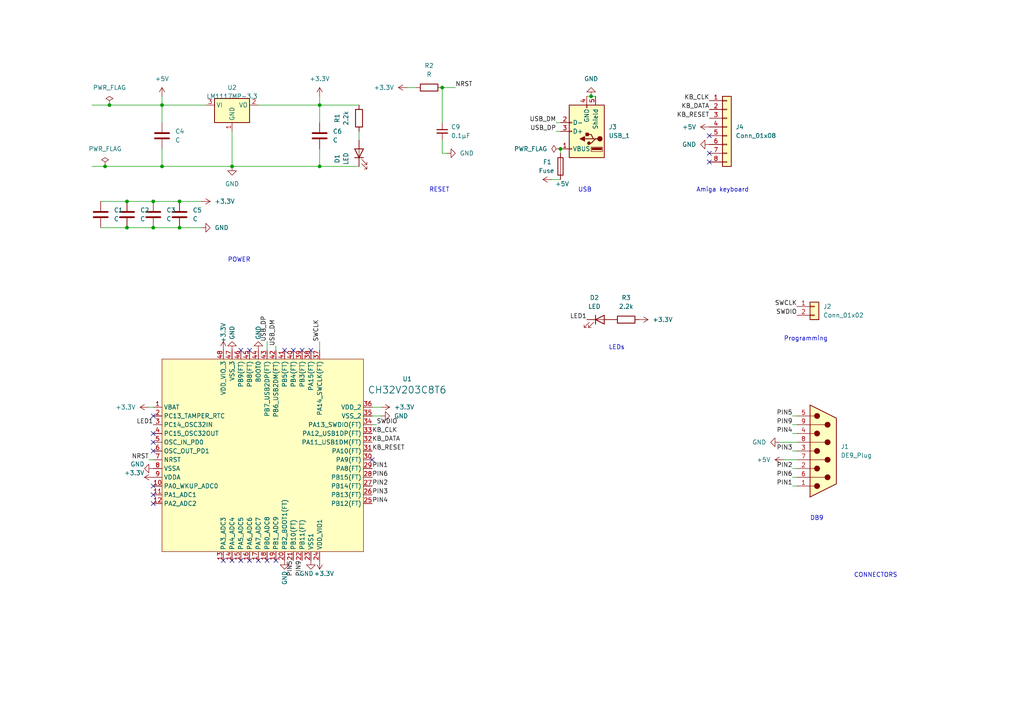
<source format=kicad_sch>
(kicad_sch (version 20230121) (generator eeschema)
  (paper "A4")
  (lib_symbols
    (symbol "CH32V203:CH32V203C8T6"
      (property "Reference" "U" (at 1.27 -1.27 0))
      (property "Value" "CH32V203C8T6" (at 29.21 26.67 0))
      (symbol "CH32V203C8T6_0_1"
        (rectangle (start 0 0) (end 58.42 55.88) (fill (type background)))
      )
      (symbol "CH32V203C8T6_1_1"
        (pin power_in line (at -2.54 41.91 0) (length 2.54) (name "VBAT") (number "1"))
        (pin bidirectional line (at -2.54 19.05 0) (length 2.54) (name "PA0_WKUP_ADC0") (number "10"))
        (pin bidirectional line (at -2.54 16.51 0) (length 2.54) (name "PA1_ADC1") (number "11"))
        (pin bidirectional line (at -2.54 13.97 0) (length 2.54) (name "PA2_ADC2") (number "12"))
        (pin bidirectional line (at 17.78 -2.54 90) (length 2.54) (name "PA3_ADC3") (number "13"))
        (pin bidirectional line (at 20.32 -2.54 90) (length 2.54) (name "PA4_ADC4") (number "14"))
        (pin bidirectional line (at 22.86 -2.54 90) (length 2.54) (name "PA5_ADC5") (number "15"))
        (pin bidirectional line (at 25.4 -2.54 90) (length 2.54) (name "PA6_ADC6") (number "16"))
        (pin bidirectional line (at 27.94 -2.54 90) (length 2.54) (name "PA7_ADC7") (number "17"))
        (pin bidirectional line (at 30.48 -2.54 90) (length 2.54) (name "PB0_ADC8") (number "18"))
        (pin bidirectional line (at 33.02 -2.54 90) (length 2.54) (name "PB1_ADC9") (number "19"))
        (pin bidirectional line (at -2.54 39.37 0) (length 2.54) (name "PC13_TAMPER_RTC") (number "2"))
        (pin bidirectional line (at 35.56 -2.54 90) (length 2.54) (name "PB2_BOOT1(FT)") (number "20"))
        (pin bidirectional line (at 38.1 -2.54 90) (length 2.54) (name "PB10(FT)") (number "21"))
        (pin bidirectional line (at 40.64 -2.54 90) (length 2.54) (name "PB11(FT)") (number "22"))
        (pin power_in line (at 43.18 -2.54 90) (length 2.54) (name "VSS1") (number "23"))
        (pin power_in line (at 45.72 -2.54 90) (length 2.54) (name "VDD_VIO1") (number "24"))
        (pin bidirectional line (at 60.96 13.97 180) (length 2.54) (name "PB12(FT)") (number "25"))
        (pin bidirectional line (at 60.96 16.51 180) (length 2.54) (name "PB13(FT)") (number "26"))
        (pin bidirectional line (at 60.96 19.05 180) (length 2.54) (name "PB14(FT)") (number "27"))
        (pin bidirectional line (at 60.96 21.59 180) (length 2.54) (name "PB15(FT)") (number "28"))
        (pin bidirectional line (at 60.96 24.13 180) (length 2.54) (name "PA8(FT)") (number "29"))
        (pin bidirectional line (at -2.54 36.83 0) (length 2.54) (name "PC14_OSC32IN") (number "3"))
        (pin bidirectional line (at 60.96 26.67 180) (length 2.54) (name "PA9(FT)") (number "30"))
        (pin bidirectional line (at 60.96 29.21 180) (length 2.54) (name "PA10(FT)") (number "31"))
        (pin bidirectional line (at 60.96 31.75 180) (length 2.54) (name "PA11_USB1DM(FT)") (number "32"))
        (pin bidirectional line (at 60.96 34.29 180) (length 2.54) (name "PA12_USB1DP(FT)") (number "33"))
        (pin bidirectional line (at 60.96 36.83 180) (length 2.54) (name "PA13_SWDIO(FT)") (number "34"))
        (pin power_in line (at 60.96 39.37 180) (length 2.54) (name "VSS_2") (number "35"))
        (pin power_in line (at 60.96 41.91 180) (length 2.54) (name "VDD_2") (number "36"))
        (pin bidirectional line (at 45.72 58.42 270) (length 2.54) (name "PA14_SWCLK(FT)") (number "37"))
        (pin bidirectional line (at 43.18 58.42 270) (length 2.54) (name "PA15(FT)") (number "38"))
        (pin bidirectional line (at 40.64 58.42 270) (length 2.54) (name "PB3(FT)") (number "39"))
        (pin bidirectional line (at -2.54 34.29 0) (length 2.54) (name "PC15_OSC32OUT") (number "4"))
        (pin bidirectional line (at 38.1 58.42 270) (length 2.54) (name "PB4(FT)") (number "40"))
        (pin bidirectional line (at 35.56 58.42 270) (length 2.54) (name "PB5(FT)") (number "41"))
        (pin bidirectional line (at 33.02 58.42 270) (length 2.54) (name "PB6_USB2DM(FT)") (number "42"))
        (pin bidirectional line (at 30.48 58.42 270) (length 2.54) (name "PB7_USB2DP(FT)") (number "43"))
        (pin bidirectional line (at 27.94 58.42 270) (length 2.54) (name "BOOT0") (number "44"))
        (pin bidirectional line (at 25.4 58.42 270) (length 2.54) (name "PB8(FT)") (number "45"))
        (pin bidirectional line (at 22.86 58.42 270) (length 2.54) (name "PB9(FT)") (number "46"))
        (pin power_in line (at 20.32 58.42 270) (length 2.54) (name "VSS_3") (number "47"))
        (pin power_in line (at 17.78 58.42 270) (length 2.54) (name "VDD_VIO_3") (number "48"))
        (pin bidirectional line (at -2.54 31.75 0) (length 2.54) (name "OSC_IN_PD0") (number "5"))
        (pin bidirectional line (at -2.54 29.21 0) (length 2.54) (name "OSC_OUT_PD1") (number "6"))
        (pin bidirectional line (at -2.54 26.67 0) (length 2.54) (name "NRST") (number "7"))
        (pin power_in line (at -2.54 24.13 0) (length 2.54) (name "VSSA") (number "8"))
        (pin power_in line (at -2.54 21.59 0) (length 2.54) (name "VDDA") (number "9"))
      )
    )
    (symbol "Connector:DE9_Plug" (pin_names (offset 1.016) hide)
      (property "Reference" "J" (at 0 13.97 0))
      (property "Value" "DE9_Plug" (at 0 -14.605 0))
      (symbol "DE9_Plug_0_1"
        (circle (center -1.778 -10.16) (radius 0.762) (fill (type outline)))
        (circle (center -1.778 -5.08) (radius 0.762) (fill (type outline)))
        (circle (center -1.778 0) (radius 0.762) (fill (type outline)))
        (circle (center -1.778 5.08) (radius 0.762) (fill (type outline)))
        (circle (center -1.778 10.16) (radius 0.762) (fill (type outline)))
        (polyline (pts (xy -3.81 -10.16) (xy -2.54 -10.16)))
        (polyline (pts (xy -3.81 -7.62) (xy 0.508 -7.62)))
        (polyline (pts (xy -3.81 -5.08) (xy -2.54 -5.08)))
        (polyline (pts (xy -3.81 -2.54) (xy 0.508 -2.54)))
        (polyline (pts (xy -3.81 0) (xy -2.54 0)))
        (polyline (pts (xy -3.81 2.54) (xy 0.508 2.54)))
        (polyline (pts (xy -3.81 5.08) (xy -2.54 5.08)))
        (polyline (pts (xy -3.81 7.62) (xy 0.508 7.62)))
        (polyline (pts (xy -3.81 10.16) (xy -2.54 10.16)))
        (polyline (pts (xy -3.81 -13.335) (xy -3.81 13.335) (xy 3.81 9.525) (xy 3.81 -9.525) (xy -3.81 -13.335)) (stroke (width 0.254)) (fill (type background)))
        (circle (center 1.27 -7.62) (radius 0.762) (fill (type outline)))
        (circle (center 1.27 -2.54) (radius 0.762) (fill (type outline)))
        (circle (center 1.27 2.54) (radius 0.762) (fill (type outline)))
        (circle (center 1.27 7.62) (radius 0.762) (fill (type outline)))
      )
      (symbol "DE9_Plug_1_1"
        (pin passive line (at -7.62 -10.16 0) (length 3.81) (name "1") (number "1"))
        (pin passive line (at -7.62 -5.08 0) (length 3.81) (name "2") (number "2"))
        (pin passive line (at -7.62 0 0) (length 3.81) (name "3") (number "3"))
        (pin passive line (at -7.62 5.08 0) (length 3.81) (name "4") (number "4"))
        (pin passive line (at -7.62 10.16 0) (length 3.81) (name "5") (number "5"))
        (pin passive line (at -7.62 -7.62 0) (length 3.81) (name "6") (number "6"))
        (pin passive line (at -7.62 -2.54 0) (length 3.81) (name "7") (number "7"))
        (pin passive line (at -7.62 2.54 0) (length 3.81) (name "8") (number "8"))
        (pin passive line (at -7.62 7.62 0) (length 3.81) (name "9") (number "9"))
      )
    )
    (symbol "Connector:USB_A" (pin_names (offset 1.016))
      (property "Reference" "J" (at -5.08 11.43 0))
      (property "Value" "USB_A" (at -5.08 8.89 0))
      (symbol "USB_A_0_1"
        (rectangle (start -5.08 -7.62) (end 5.08 7.62) (stroke (width 0.254)) (fill (type background)))
        (circle (center -3.81 2.159) (radius 0.635) (stroke (width 0.254)) (fill (type outline)))
        (rectangle (start -1.524 4.826) (end -4.318 5.334) (fill (type outline)))
        (rectangle (start -1.27 4.572) (end -4.572 5.842))
        (circle (center -0.635 3.429) (radius 0.381) (stroke (width 0.254)) (fill (type outline)))
        (rectangle (start -0.127 -7.62) (end 0.127 -6.858))
        (polyline (pts (xy -3.175 2.159) (xy -2.54 2.159) (xy -1.27 3.429) (xy -0.635 3.429)) (stroke (width 0.254)))
        (polyline (pts (xy -2.54 2.159) (xy -1.905 2.159) (xy -1.27 0.889) (xy 0 0.889)) (stroke (width 0.254)))
        (polyline (pts (xy 0.635 2.794) (xy 0.635 1.524) (xy 1.905 2.159) (xy 0.635 2.794)) (stroke (width 0.254)) (fill (type outline)))
        (rectangle (start 0.254 1.27) (end -0.508 0.508) (stroke (width 0.254)) (fill (type outline)))
        (rectangle (start 5.08 -2.667) (end 4.318 -2.413))
        (rectangle (start 5.08 -0.127) (end 4.318 0.127))
        (rectangle (start 5.08 4.953) (end 4.318 5.207))
      )
      (symbol "USB_A_1_1"
        (polyline (pts (xy -1.905 2.159) (xy 0.635 2.159)) (stroke (width 0.254)))
        (pin power_in line (at 7.62 5.08 180) (length 2.54) (name "VBUS") (number "1"))
        (pin bidirectional line (at 7.62 -2.54 180) (length 2.54) (name "D-") (number "2"))
        (pin bidirectional line (at 7.62 0 180) (length 2.54) (name "D+") (number "3"))
        (pin power_in line (at 0 -10.16 90) (length 2.54) (name "GND") (number "4"))
        (pin passive line (at -2.54 -10.16 90) (length 2.54) (name "Shield") (number "5"))
      )
    )
    (symbol "Connector_Generic:Conn_01x02" (pin_names (offset 1.016) hide)
      (property "Reference" "J" (at 0 2.54 0))
      (property "Value" "Conn_01x02" (at 0 -5.08 0))
      (symbol "Conn_01x02_1_1"
        (rectangle (start -1.27 -2.413) (end 0 -2.667) (stroke (width 0.1524)))
        (rectangle (start -1.27 0.127) (end 0 -0.127) (stroke (width 0.1524)))
        (rectangle (start -1.27 1.27) (end 1.27 -3.81) (stroke (width 0.254)) (fill (type background)))
        (pin passive line (at -5.08 0 0) (length 3.81) (name "Pin_1") (number "1"))
        (pin passive line (at -5.08 -2.54 0) (length 3.81) (name "Pin_2") (number "2"))
      )
    )
    (symbol "Connector_Generic:Conn_01x08" (pin_names (offset 1.016) hide)
      (property "Reference" "J" (at 0 10.16 0))
      (property "Value" "Conn_01x08" (at 0 -12.7 0))
      (symbol "Conn_01x08_1_1"
        (rectangle (start -1.27 -10.033) (end 0 -10.287) (stroke (width 0.1524)))
        (rectangle (start -1.27 -7.493) (end 0 -7.747) (stroke (width 0.1524)))
        (rectangle (start -1.27 -4.953) (end 0 -5.207) (stroke (width 0.1524)))
        (rectangle (start -1.27 -2.413) (end 0 -2.667) (stroke (width 0.1524)))
        (rectangle (start -1.27 0.127) (end 0 -0.127) (stroke (width 0.1524)))
        (rectangle (start -1.27 2.667) (end 0 2.413) (stroke (width 0.1524)))
        (rectangle (start -1.27 5.207) (end 0 4.953) (stroke (width 0.1524)))
        (rectangle (start -1.27 7.747) (end 0 7.493) (stroke (width 0.1524)))
        (rectangle (start -1.27 8.89) (end 1.27 -11.43) (stroke (width 0.254)) (fill (type background)))
        (pin passive line (at -5.08 7.62 0) (length 3.81) (name "Pin_1") (number "1"))
        (pin passive line (at -5.08 5.08 0) (length 3.81) (name "Pin_2") (number "2"))
        (pin passive line (at -5.08 2.54 0) (length 3.81) (name "Pin_3") (number "3"))
        (pin passive line (at -5.08 0 0) (length 3.81) (name "Pin_4") (number "4"))
        (pin passive line (at -5.08 -2.54 0) (length 3.81) (name "Pin_5") (number "5"))
        (pin passive line (at -5.08 -5.08 0) (length 3.81) (name "Pin_6") (number "6"))
        (pin passive line (at -5.08 -7.62 0) (length 3.81) (name "Pin_7") (number "7"))
        (pin passive line (at -5.08 -10.16 0) (length 3.81) (name "Pin_8") (number "8"))
      )
    )
    (symbol "Device:C" (pin_numbers hide) (pin_names (offset 0.254))
      (property "Reference" "C" (at 0.635 2.54 0))
      (property "Value" "C" (at 0.635 -2.54 0))
      (symbol "C_0_1"
        (polyline (pts (xy -2.032 -0.762) (xy 2.032 -0.762)) (stroke (width 0.508)))
        (polyline (pts (xy -2.032 0.762) (xy 2.032 0.762)) (stroke (width 0.508)))
      )
      (symbol "C_1_1"
        (pin passive line (at 0 3.81 270) (length 2.794) (name "~") (number "1"))
        (pin passive line (at 0 -3.81 90) (length 2.794) (name "~") (number "2"))
      )
    )
    (symbol "Device:C_Small" (pin_numbers hide) (pin_names (offset 0.254) hide)
      (property "Reference" "C" (at 0.254 1.778 0))
      (property "Value" "C_Small" (at 0.254 -2.032 0))
      (symbol "C_Small_0_1"
        (polyline (pts (xy -1.524 -0.508) (xy 1.524 -0.508)) (stroke (width 0.3302)))
        (polyline (pts (xy -1.524 0.508) (xy 1.524 0.508)) (stroke (width 0.3048)))
      )
      (symbol "C_Small_1_1"
        (pin passive line (at 0 2.54 270) (length 2.032) (name "~") (number "1"))
        (pin passive line (at 0 -2.54 90) (length 2.032) (name "~") (number "2"))
      )
    )
    (symbol "Device:Fuse" (pin_numbers hide) (pin_names (offset 0))
      (property "Reference" "F" (at 2.032 0 90))
      (property "Value" "Fuse" (at -1.905 0 90))
      (symbol "Fuse_0_1"
        (rectangle (start -0.762 -2.54) (end 0.762 2.54) (stroke (width 0.254)))
        (polyline (pts (xy 0 2.54) (xy 0 -2.54)))
      )
      (symbol "Fuse_1_1"
        (pin passive line (at 0 3.81 270) (length 1.27) (name "~") (number "1"))
        (pin passive line (at 0 -3.81 90) (length 1.27) (name "~") (number "2"))
      )
    )
    (symbol "Device:LED" (pin_numbers hide) (pin_names (offset 1.016) hide)
      (property "Reference" "D" (at 0 2.54 0))
      (property "Value" "LED" (at 0 -2.54 0))
      (symbol "LED_0_1"
        (polyline (pts (xy -1.27 -1.27) (xy -1.27 1.27)) (stroke (width 0.254)))
        (polyline (pts (xy -1.27 0) (xy 1.27 0)))
        (polyline (pts (xy 1.27 -1.27) (xy 1.27 1.27) (xy -1.27 0) (xy 1.27 -1.27)) (stroke (width 0.254)))
        (polyline (pts (xy -3.048 -0.762) (xy -4.572 -2.286) (xy -3.81 -2.286) (xy -4.572 -2.286) (xy -4.572 -1.524)))
        (polyline (pts (xy -1.778 -0.762) (xy -3.302 -2.286) (xy -2.54 -2.286) (xy -3.302 -2.286) (xy -3.302 -1.524)))
      )
      (symbol "LED_1_1"
        (pin passive line (at -3.81 0 0) (length 2.54) (name "K") (number "1"))
        (pin passive line (at 3.81 0 180) (length 2.54) (name "A") (number "2"))
      )
    )
    (symbol "Device:R" (pin_numbers hide) (pin_names (offset 0))
      (property "Reference" "R" (at 2.032 0 90))
      (property "Value" "R" (at 0 0 90))
      (symbol "R_0_1"
        (rectangle (start -1.016 -2.54) (end 1.016 2.54) (stroke (width 0.254)))
      )
      (symbol "R_1_1"
        (pin passive line (at 0 3.81 270) (length 1.27) (name "~") (number "1"))
        (pin passive line (at 0 -3.81 90) (length 1.27) (name "~") (number "2"))
      )
    )
    (symbol "Regulator_Linear:LM1117MP-3.3"
      (property "Reference" "U" (at -3.81 3.175 0))
      (property "Value" "LM1117MP-3.3" (at 0 3.175 0))
      (symbol "LM1117MP-3.3_0_1"
        (rectangle (start -5.08 -5.08) (end 5.08 1.905) (stroke (width 0.254)) (fill (type background)))
      )
      (symbol "LM1117MP-3.3_1_1"
        (pin power_in line (at 0 -7.62 90) (length 2.54) (name "GND") (number "1"))
        (pin power_out line (at 7.62 0 180) (length 2.54) (name "VO") (number "2"))
        (pin power_in line (at -7.62 0 0) (length 2.54) (name "VI") (number "3"))
      )
    )
    (symbol "power:+3.3V" (power) (pin_names (offset 0))
      (property "Value" "+3.3V" (at 0 3.556 0))
      (symbol "+3.3V_0_1"
        (polyline (pts (xy -0.762 1.27) (xy 0 2.54)))
        (polyline (pts (xy 0 0) (xy 0 2.54)))
        (polyline (pts (xy 0 2.54) (xy 0.762 1.27)))
      )
      (symbol "+3.3V_1_1"
        (pin power_in line (at 0 0 90) (length 0) hide (name "+3.3V") (number "1"))
      )
    )
    (symbol "power:+5V" (power) (pin_names (offset 0))
      (property "Value" "+5V" (at 0 3.556 0))
      (symbol "+5V_0_1"
        (polyline (pts (xy -0.762 1.27) (xy 0 2.54)))
        (polyline (pts (xy 0 0) (xy 0 2.54)))
        (polyline (pts (xy 0 2.54) (xy 0.762 1.27)))
      )
      (symbol "+5V_1_1"
        (pin power_in line (at 0 0 90) (length 0) hide (name "+5V") (number "1"))
      )
    )
    (symbol "power:GND" (power) (pin_names (offset 0))
      (property "Value" "GND" (at 0 -3.81 0))
      (symbol "GND_0_1"
        (polyline (pts (xy 0 0) (xy 0 -1.27) (xy 1.27 -1.27) (xy 0 -2.54) (xy -1.27 -1.27) (xy 0 -1.27)))
      )
      (symbol "GND_1_1"
        (pin power_in line (at 0 0 270) (length 0) hide (name "GND") (number "1"))
      )
    )
    (symbol "power:PWR_FLAG" (power) (pin_numbers hide) (pin_names (offset 0) hide)
      (property "Value" "PWR_FLAG" (at 0 3.81 0))
      (symbol "PWR_FLAG_0_0"
        (pin power_out line (at 0 0 90) (length 0) (name "pwr") (number "1"))
      )
      (symbol "PWR_FLAG_0_1"
        (polyline (pts (xy 0 0) (xy 0 1.27) (xy -1.016 1.905) (xy 0 2.54) (xy 1.016 1.905) (xy 0 1.27)))
      )
    )
  )
  (junction (at 67.31 48.26))
  (junction (at 128.27 25.4))
  (junction (at 36.83 66.04))
  (junction (at 52.07 58.42))
  (junction (at 36.83 58.42))
  (junction (at 46.99 48.26))
  (junction (at 171.45 27.94))
  (junction (at 44.45 66.04))
  (junction (at 92.71 30.48))
  (junction (at 162.56 43.18))
  (junction (at 92.71 48.26))
  (junction (at 46.99 30.48))
  (junction (at 30.48 48.26))
  (junction (at 52.07 66.04))
  (junction (at 31.75 30.48))
  (junction (at 44.45 58.42))
  (no_connect (at 77.47 162.56))
  (no_connect (at 44.45 125.73))
  (no_connect (at 44.45 120.65))
  (no_connect (at 44.45 130.81))
  (no_connect (at 67.31 162.56))
  (no_connect (at 82.55 101.6))
  (no_connect (at 64.77 162.56))
  (no_connect (at 205.74 44.45))
  (no_connect (at 44.45 146.05))
  (no_connect (at 69.85 101.6))
  (no_connect (at 107.95 133.35))
  (no_connect (at 87.63 101.6))
  (no_connect (at 44.45 143.51))
  (no_connect (at 44.45 128.27))
  (no_connect (at 85.09 101.6))
  (no_connect (at 205.74 39.37))
  (no_connect (at 69.85 162.56))
  (no_connect (at 74.93 162.56))
  (no_connect (at 90.17 101.6))
  (no_connect (at 72.39 162.56))
  (no_connect (at 205.74 46.99))
  (no_connect (at 80.01 162.56))
  (no_connect (at 72.39 101.6))
  (no_connect (at 44.45 140.97))
  (wire (pts (xy 107.95 118.11) (xy 110.49 118.11)))
  (wire (pts (xy 67.31 48.26) (xy 92.71 48.26)) (stroke (width 0.1524)))
  (wire (pts (xy 172.72 27.94) (xy 171.45 27.94)))
  (wire (pts (xy 229.87 120.65) (xy 231.14 120.65)))
  (wire (pts (xy 229.87 140.97) (xy 231.14 140.97)))
  (wire (pts (xy 118.11 25.4) (xy 120.65 25.4)))
  (wire (pts (xy 46.99 43.18) (xy 46.99 48.26)) (stroke (width 0.1524)))
  (wire (pts (xy 227.33 133.35) (xy 231.14 133.35)))
  (wire (pts (xy 161.29 38.1) (xy 162.56 38.1)))
  (wire (pts (xy 161.29 35.56) (xy 162.56 35.56)))
  (wire (pts (xy 31.75 30.48) (xy 26.67 30.48)) (stroke (width 0.1524)))
  (wire (pts (xy 128.27 25.4) (xy 128.27 35.56)))
  (wire (pts (xy 107.95 120.65) (xy 110.49 120.65)))
  (wire (pts (xy 43.18 133.35) (xy 44.45 133.35)))
  (wire (pts (xy 92.71 43.18) (xy 92.71 48.26)) (stroke (width 0.1524)))
  (wire (pts (xy 43.18 118.11) (xy 44.45 118.11)))
  (wire (pts (xy 67.31 48.26) (xy 67.31 38.1)) (stroke (width 0.1524)))
  (wire (pts (xy 128.27 40.64) (xy 128.27 44.45)))
  (wire (pts (xy 59.69 30.48) (xy 46.99 30.48)) (stroke (width 0.1524)))
  (wire (pts (xy 80.01 100.33) (xy 80.01 101.6)))
  (wire (pts (xy 44.45 66.04) (xy 52.07 66.04)))
  (wire (pts (xy 92.71 30.48) (xy 104.14 30.48)))
  (wire (pts (xy 104.14 40.64) (xy 104.14 38.1)))
  (wire (pts (xy 229.87 138.43) (xy 231.14 138.43)))
  (wire (pts (xy 171.45 27.94) (xy 170.18 27.94)))
  (wire (pts (xy 129.54 44.45) (xy 128.27 44.45)))
  (wire (pts (xy 162.56 52.07) (xy 160.02 52.07)))
  (wire (pts (xy 52.07 66.04) (xy 58.42 66.04)))
  (wire (pts (xy 92.71 48.26) (xy 104.14 48.26)) (stroke (width 0.1524)))
  (wire (pts (xy 92.71 99.06) (xy 92.71 101.6)))
  (wire (pts (xy 36.83 58.42) (xy 44.45 58.42)))
  (wire (pts (xy 67.31 48.26) (xy 46.99 48.26)) (stroke (width 0.1524)))
  (wire (pts (xy 46.99 30.48) (xy 46.99 35.56)) (stroke (width 0.1524)))
  (wire (pts (xy 46.99 27.94) (xy 46.99 30.48)))
  (wire (pts (xy 229.87 123.19) (xy 231.14 123.19)))
  (wire (pts (xy 30.48 48.26) (xy 26.67 48.26)) (stroke (width 0.1524)))
  (wire (pts (xy 44.45 58.42) (xy 52.07 58.42)))
  (wire (pts (xy 162.56 44.45) (xy 162.56 43.18)))
  (wire (pts (xy 46.99 48.26) (xy 30.48 48.26)) (stroke (width 0.1524)))
  (wire (pts (xy 77.47 99.06) (xy 77.47 101.6)))
  (wire (pts (xy 92.71 27.94) (xy 92.71 30.48)))
  (wire (pts (xy 226.06 128.27) (xy 231.14 128.27)))
  (wire (pts (xy 29.21 58.42) (xy 36.83 58.42)))
  (wire (pts (xy 29.21 66.04) (xy 36.83 66.04)))
  (wire (pts (xy 128.27 25.4) (xy 132.08 25.4)))
  (wire (pts (xy 107.95 123.19) (xy 109.22 123.19)))
  (wire (pts (xy 229.87 135.89) (xy 231.14 135.89)))
  (wire (pts (xy 229.87 130.81) (xy 231.14 130.81)))
  (wire (pts (xy 52.07 58.42) (xy 58.42 58.42)))
  (wire (pts (xy 74.93 30.48) (xy 92.71 30.48)))
  (wire (pts (xy 36.83 66.04) (xy 44.45 66.04)))
  (wire (pts (xy 92.71 30.48) (xy 92.71 35.56)) (stroke (width 0.1524)))
  (wire (pts (xy 46.99 30.48) (xy 31.75 30.48)) (stroke (width 0.1524)))
  (wire (pts (xy 229.87 125.73) (xy 231.14 125.73)))
  (text "USB\n" (at 167.64 55.88 0) (effects (font (size 1.27 1.27)) (justify left bottom)))
  (text "Amiga keyboard" (at 201.93 55.88 0) (effects (font (size 1.27 1.27)) (justify left bottom)))
  (text "LEDs\n" (at 176.53 101.6 0) (effects (font (size 1.27 1.27)) (justify left bottom)))
  (text "Programming\n" (at 227.33 99.06 0) (effects (font (size 1.27 1.27)) (justify left bottom)))
  (text "POWER\n" (at 66.04 76.2 0) (effects (font (size 1.27 1.27)) (justify left bottom)))
  (text "CONNECTORS\n" (at 247.65 167.64 0) (effects (font (size 1.27 1.27)) (justify left bottom)))
  (text "DB9" (at 234.95 151.13 0) (effects (font (size 1.27 1.27)) (justify left bottom)))
  (text "RESET" (at 124.46 55.88 0) (effects (font (size 1.27 1.27)) (justify left bottom)))
  (label "PIN9" (at 229.87 123.19 180))
  (label "KB_DATA" (at 205.74 31.75 180))
  (label "KB_RESET" (at 107.95 130.81 0))
  (label "PIN1" (at 107.95 135.89 0))
  (label "PIN2" (at 229.87 135.89 180))
  (label "USB_DM" (at 80.01 100.33 90))
  (label "NRST" (at 43.18 133.35 180))
  (label "SWCLK" (at 231.14 88.9 180))
  (label "NRST" (at 132.08 25.4 0))
  (label "USB_DM" (at 161.29 35.56 180))
  (label "LED1" (at 170.18 92.71 180))
  (label "KB_DATA" (at 107.95 128.27 0))
  (label "PIN5" (at 85.09 162.56 270))
  (label "PIN3" (at 229.87 130.81 180))
  (label "PIN1" (at 229.87 140.97 180))
  (label "KB_RESET" (at 205.74 34.29 180))
  (label "PIN3" (at 107.95 143.51 0))
  (label "SWDIO" (at 109.22 123.19 0))
  (label "SWDIO" (at 231.14 91.44 180))
  (label "KB_CLK" (at 205.74 29.21 180))
  (label "LED1" (at 44.45 123.19 180))
  (label "KB_CLK" (at 107.95 125.73 0))
  (label "PIN4" (at 229.87 125.73 180))
  (label "PIN6" (at 107.95 138.43 0))
  (label "USB_DP" (at 161.29 38.1 180))
  (label "PIN4" (at 107.95 146.05 0))
  (label "PIN6" (at 229.87 138.43 180))
  (label "PIN5" (at 229.87 120.65 180))
  (label "SWCLK" (at 92.71 99.06 90))
  (label "PIN9" (at 87.63 162.56 270))
  (label "PIN2" (at 107.95 140.97 0))
  (label "USB_DP" (at 77.47 99.06 90))
  (symbol (lib_id "power:GND") (at 58.42 66.04 90) (unit 1)
    (property "Reference" "#PWR06" (effects hide))
    (property "Value" "GND" (at 62.23 66.04 90) (effects (justify right)))
  )
  (symbol (lib_id "Device:C") (at 36.83 62.23 0) (unit 1)
    (property "Reference" "C2" (at 40.64 60.96 0) (effects (justify left)))
    (property "Value" "C" (at 40.64 63.5 0) (effects (justify left)))
    (property "Footprint" "Capacitor_SMD:C_0603_1608Metric_Pad1.08x0.95mm_HandSolder" (effects hide))
  )
  (symbol (lib_id "power:GND") (at 205.74 41.91 270) (unit 1)
    (property "Reference" "#PWR020" (effects hide))
    (property "Value" "GND" (at 201.93 41.91 90) (effects (justify right)))
  )
  (symbol (lib_id "Device:C_Small") (at 128.27 38.1 0) (unit 1)
    (property "Reference" "C9" (at 130.81 36.83 0) (effects (justify left)))
    (property "Value" "0.1μF" (at 130.81 39.37 0) (effects (justify left)))
    (property "Footprint" "Capacitor_SMD:C_0603_1608Metric_Pad1.08x0.95mm_HandSolder" (effects hide))
    (property "LCSC" "C14663" (effects hide))
  )
  (symbol (lib_id "Connector_Generic:Conn_01x02") (at 236.22 88.9 0) (unit 1)
    (property "Reference" "J2" (at 238.76 88.9 0) (effects (justify left)))
    (property "Value" "Conn_01x02" (at 238.76 91.44 0) (effects (justify left)))
    (property "Footprint" "Connector_PinHeader_2.54mm:PinHeader_1x02_P2.54mm_Vertical" (effects hide))
  )
  (symbol (lib_id "Connector:USB_A") (at 170.18 38.1 180) (unit 1)
    (property "Reference" "J3" (at 176.53 36.83 0) (effects (justify right)))
    (property "Value" "USB_1" (at 176.53 39.37 0) (effects (justify right)))
    (property "Footprint" "Connector_USB:USB_A_CONNFLY_DS1095-WNR0" (effects hide))
    (property "Datasheet" " ~" (effects hide))
  )
  (symbol (lib_id "power:GND") (at 74.93 101.6 180) (unit 1)
    (property "Reference" "#PWR015" (effects hide))
    (property "Value" "GND" (at 74.93 96.52 90))
  )
  (symbol (lib_id "power:GND") (at 129.54 44.45 90) (unit 1)
    (property "Reference" "#PWR032" (effects hide))
    (property "Value" "GND" (at 133.35 44.45 90) (effects (justify right)))
  )
  (symbol (lib_id "Device:R") (at 124.46 25.4 90) (unit 1)
    (property "Reference" "R2" (at 124.46 19.05 90))
    (property "Value" "R" (at 124.46 21.59 90))
    (property "Footprint" "Resistor_SMD:R_0603_1608Metric_Pad0.98x0.95mm_HandSolder" (effects hide))
  )
  (symbol (lib_id "power:GND") (at 90.17 162.56 0) (unit 1)
    (property "Reference" "#PWR010" (effects hide))
    (property "Value" "GND" (at 88.9 166.37 0))
  )
  (symbol (lib_id "Connector_Generic:Conn_01x08") (at 210.82 36.83 0) (unit 1)
    (property "Reference" "J4" (at 213.36 36.83 0) (effects (justify left)))
    (property "Value" "Conn_01x08" (at 213.36 39.37 0) (effects (justify left)))
    (property "Footprint" "Connector_PinHeader_2.54mm:PinHeader_1x08_P2.54mm_Vertical" (effects hide))
  )
  (symbol (lib_id "Connector:DE9_Plug") (at 238.76 130.81 0) (unit 1)
    (property "Reference" "J1" (at 243.84 129.54 0) (effects (justify left)))
    (property "Value" "DE9_Plug" (at 243.84 132.08 0) (effects (justify left)))
    (property "Footprint" "Connector_Dsub:DSUB-9_Female_EdgeMount_P2.77mm" (effects hide))
    (property "Datasheet" " ~" (effects hide))
  )
  (symbol (lib_id "power:GND") (at 44.45 135.89 270) (unit 1)
    (property "Reference" "#PWR02" (effects hide))
    (property "Value" "GND" (at 41.91 134.62 90) (effects (justify right)))
  )
  (symbol (lib_id "power:+3.3V") (at 44.45 138.43 90) (unit 1)
    (property "Reference" "#PWR03" (effects hide))
    (property "Value" "+3.3V" (at 41.91 137.16 90) (effects (justify left)))
  )
  (symbol (lib_id "Device:C") (at 44.45 62.23 0) (unit 1)
    (property "Reference" "C3" (at 48.26 60.96 0) (effects (justify left)))
    (property "Value" "C" (at 48.26 63.5 0) (effects (justify left)))
    (property "Footprint" "Capacitor_SMD:C_0603_1608Metric_Pad1.08x0.95mm_HandSolder" (effects hide))
  )
  (symbol (lib_id "power:+3.3V") (at 64.77 101.6 0) (unit 1)
    (property "Reference" "#PWR07" (effects hide))
    (property "Value" "+3.3V" (at 64.77 96.52 90))
  )
  (symbol (lib_id "power:+3.3V") (at 92.71 162.56 180) (unit 1)
    (property "Reference" "#PWR012" (effects hide))
    (property "Value" "+3.3V" (at 93.98 166.37 0))
  )
  (symbol (lib_id "Device:R") (at 181.61 92.71 90) (unit 1)
    (property "Reference" "R3" (at 181.61 86.36 90))
    (property "Value" "2.2k" (at 181.61 88.9 90))
    (property "Footprint" "Resistor_SMD:R_0603_1608Metric_Pad0.98x0.95mm_HandSolder" (effects hide))
  )
  (symbol (lib_id "power:+5V") (at 227.33 133.35 90) (unit 1)
    (property "Reference" "#PWR018" (effects hide))
    (property "Value" "+5V" (at 223.52 133.35 90) (effects (justify left)))
  )
  (symbol (lib_id "power:GND") (at 110.49 120.65 90) (unit 1)
    (property "Reference" "#PWR014" (effects hide))
    (property "Value" "GND" (at 114.3 120.65 90) (effects (justify right)))
  )
  (symbol (lib_id "power:PWR_FLAG") (at 31.75 30.48 0) (unit 1)
    (property "Reference" "#FLG02" (effects hide))
    (property "Value" "PWR_FLAG" (at 31.75 25.4 0))
  )
  (symbol (lib_id "power:+3.3V") (at 92.71 27.94 0) (unit 1)
    (property "Reference" "#PWR011" (effects hide))
    (property "Value" "+3.3V" (at 92.71 22.86 0))
  )
  (symbol (lib_id "CH32V203:CH32V203C8T6") (at 46.99 160.02 0) (unit 1)
    (property "Reference" "U1" (at 118.11 109.9119 0))
    (property "Value" "CH32V203C8T6" (at 118.11 113.0868 0) (effects (font (size 2 2))))
    (property "Footprint" "Package_QFP:LQFP-48_7x7mm_P0.5mm" (effects hide))
  )
  (symbol (lib_id "Device:C") (at 52.07 62.23 0) (unit 1)
    (property "Reference" "C5" (at 55.88 60.96 0) (effects (justify left)))
    (property "Value" "C" (at 55.88 63.5 0) (effects (justify left)))
    (property "Footprint" "Capacitor_SMD:C_0603_1608Metric_Pad1.08x0.95mm_HandSolder" (effects hide))
  )
  (symbol (lib_id "power:GND") (at 82.55 162.56 0) (unit 1)
    (property "Reference" "#PWR016" (effects hide))
    (property "Value" "GND" (at 82.55 167.64 90))
  )
  (symbol (lib_id "power:+3.3V") (at 43.18 118.11 90) (unit 1)
    (property "Reference" "#PWR01" (effects hide))
    (property "Value" "+3.3V" (at 39.37 118.11 90) (effects (justify left)))
  )
  (symbol (lib_id "Device:Fuse") (at 162.56 48.26 0) (unit 1)
    (property "Reference" "F1" (at 157.48 46.99 0) (effects (justify left)))
    (property "Value" "Fuse" (at 156.21 49.53 0) (effects (justify left)))
    (property "Footprint" "Fuse:Fuse_1206_3216Metric_Pad1.42x1.75mm_HandSolder" (effects hide))
  )
  (symbol (lib_id "Device:LED") (at 173.99 92.71 0) (unit 1)
    (property "Reference" "D2" (at 172.4025 86.36 0))
    (property "Value" "LED" (at 172.4025 88.9 0))
    (property "Footprint" "LED_SMD:LED_0805_2012Metric_Pad1.15x1.40mm_HandSolder" (effects hide))
  )
  (symbol (lib_id "Device:C") (at 92.71 39.37 0) (unit 1)
    (property "Reference" "C6" (at 96.52 38.1 0) (effects (justify left)))
    (property "Value" "C" (at 96.52 40.64 0) (effects (justify left)))
    (property "Footprint" "Capacitor_SMD:C_0603_1608Metric_Pad1.08x0.95mm_HandSolder" (effects hide))
  )
  (symbol (lib_id "power:GND") (at 226.06 128.27 270) (unit 1)
    (property "Reference" "#PWR019" (effects hide))
    (property "Value" "GND" (at 222.25 128.27 90) (effects (justify right)))
  )
  (symbol (lib_id "power:PWR_FLAG") (at 162.56 43.18 90) (unit 1)
    (property "Reference" "#FLG03" (effects hide))
    (property "Value" "PWR_FLAG" (at 158.75 43.18 90) (effects (justify left)))
  )
  (symbol (lib_id "power:+5V") (at 205.74 36.83 90) (unit 1)
    (property "Reference" "#PWR017" (effects hide))
    (property "Value" "+5V" (at 201.93 36.83 90) (effects (justify left)))
  )
  (symbol (lib_id "Device:R") (at 104.14 34.29 180) (unit 1)
    (property "Reference" "R1" (at 97.79 34.29 90))
    (property "Value" "2.2k" (at 100.33 34.29 90))
    (property "Footprint" "Resistor_SMD:R_0603_1608Metric_Pad0.98x0.95mm_HandSolder" (effects hide))
  )
  (symbol (lib_id "Device:C") (at 29.21 62.23 0) (unit 1)
    (property "Reference" "C1" (at 33.02 60.96 0) (effects (justify left)))
    (property "Value" "C" (at 33.02 63.5 0) (effects (justify left)))
    (property "Footprint" "Capacitor_SMD:C_0603_1608Metric_Pad1.08x0.95mm_HandSolder" (effects hide))
  )
  (symbol (lib_id "power:+5V") (at 46.99 27.94 0) (unit 1)
    (property "Reference" "#PWR04" (effects hide))
    (property "Value" "+5V" (at 46.99 22.86 0))
  )
  (symbol (lib_id "Regulator_Linear:LM1117MP-3.3") (at 67.31 30.48 0) (unit 1)
    (property "Reference" "U2" (at 67.31 25.4 0))
    (property "Value" "LM1117MP-3.3" (at 67.31 27.94 0))
    (property "Footprint" "Package_TO_SOT_SMD:SOT-89-3" (effects hide))
    (property "Datasheet" "http://www.ti.com/lit/ds/symlink/lm1117.pdf" (effects hide))
  )
  (symbol (lib_id "power:+3.3V") (at 118.11 25.4 90) (unit 1)
    (property "Reference" "#PWR027" (effects hide))
    (property "Value" "+3.3V" (at 114.3 25.4 90) (effects (justify left)))
  )
  (symbol (lib_id "power:GND") (at 171.45 27.94 180) (unit 1)
    (property "Reference" "#PWR031" (effects hide))
    (property "Value" "GND" (at 171.45 22.86 0))
  )
  (symbol (lib_id "power:GND") (at 67.31 101.6 180) (unit 1)
    (property "Reference" "#PWR09" (effects hide))
    (property "Value" "GND" (at 67.31 96.52 90))
  )
  (symbol (lib_id "power:GND") (at 67.31 48.26 0) (unit 1)
    (property "Reference" "#PWR08" (effects hide))
    (property "Value" "GND" (at 67.31 53.34 0))
  )
  (symbol (lib_id "Device:LED") (at 104.14 44.45 90) (unit 1)
    (property "Reference" "D1" (at 97.79 46.0375 0))
    (property "Value" "LED" (at 100.33 46.0375 0))
    (property "Footprint" "LED_SMD:LED_0805_2012Metric_Pad1.15x1.40mm_HandSolder" (effects hide))
  )
  (symbol (lib_id "Device:C") (at 46.99 39.37 0) (unit 1)
    (property "Reference" "C4" (at 50.8 38.1 0) (effects (justify left)))
    (property "Value" "C" (at 50.8 40.64 0) (effects (justify left)))
    (property "Footprint" "Capacitor_SMD:C_0603_1608Metric_Pad1.08x0.95mm_HandSolder" (effects hide))
  )
  (symbol (lib_id "power:PWR_FLAG") (at 30.48 48.26 0) (unit 1)
    (property "Reference" "#FLG01" (effects hide))
    (property "Value" "PWR_FLAG" (at 30.48 43.18 0))
  )
  (symbol (lib_id "power:+3.3V") (at 185.42 92.71 270) (unit 1)
    (property "Reference" "#PWR022" (effects hide))
    (property "Value" "+3.3V" (at 189.23 92.71 90) (effects (justify left)))
  )
  (symbol (lib_id "power:+5V") (at 160.02 52.07 90) (unit 1)
    (property "Reference" "#PWR026" (effects hide))
    (property "Value" "+5V" (at 165.1 53.34 90) (effects (justify left)))
  )
  (symbol (lib_id "power:+3.3V") (at 58.42 58.42 270) (unit 1)
    (property "Reference" "#PWR05" (effects hide))
    (property "Value" "+3.3V" (at 62.23 58.42 90) (effects (justify left)))
  )
  (symbol (lib_id "power:+3.3V") (at 110.49 118.11 270) (unit 1)
    (property "Reference" "#PWR013" (effects hide))
    (property "Value" "+3.3V" (at 114.3 118.11 90) (effects (justify left)))
  )
)
</source>
